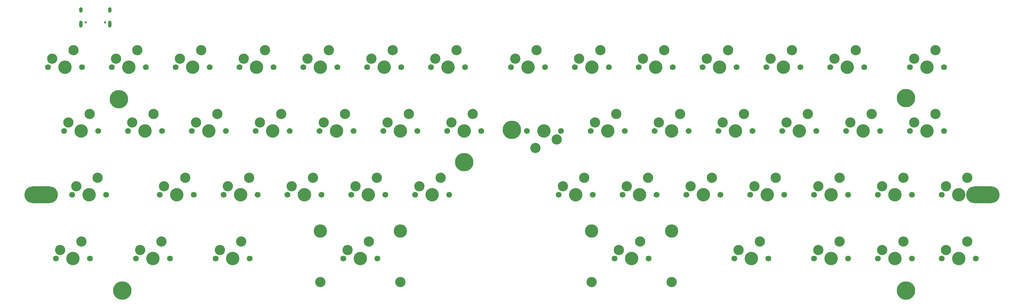
<source format=gbr>
%TF.GenerationSoftware,KiCad,Pcbnew,8.0.0*%
%TF.CreationDate,2024-03-22T00:44:03+00:00*%
%TF.ProjectId,40in60,3430696e-3630-42e6-9b69-6361645f7063,rev?*%
%TF.SameCoordinates,Original*%
%TF.FileFunction,Soldermask,Top*%
%TF.FilePolarity,Negative*%
%FSLAX46Y46*%
G04 Gerber Fmt 4.6, Leading zero omitted, Abs format (unit mm)*
G04 Created by KiCad (PCBNEW 8.0.0) date 2024-03-22 00:44:03*
%MOMM*%
%LPD*%
G01*
G04 APERTURE LIST*
%ADD10C,1.750000*%
%ADD11C,3.050000*%
%ADD12C,4.000000*%
%ADD13C,5.500000*%
%ADD14O,10.000000X5.000000*%
%ADD15C,3.048000*%
%ADD16C,3.987800*%
%ADD17C,0.650000*%
%ADD18O,1.000000X1.600000*%
%ADD19O,1.000000X2.100000*%
G04 APERTURE END LIST*
D10*
%TO.C,SW43*%
X63623750Y-105680000D03*
D11*
X64893750Y-103140000D03*
D12*
X68703750Y-105680000D03*
D11*
X71243750Y-100600000D03*
D10*
X73783750Y-105680000D03*
%TD*%
%TO.C,SW28*%
X294605000Y-67580000D03*
D11*
X295875000Y-65040000D03*
D12*
X299685000Y-67580000D03*
D11*
X302225000Y-62500000D03*
D10*
X304765000Y-67580000D03*
%TD*%
%TO.C,SW4*%
X94580000Y-48530000D03*
D11*
X95850000Y-45990000D03*
D12*
X99660000Y-48530000D03*
D11*
X102200000Y-43450000D03*
D10*
X104740000Y-48530000D03*
%TD*%
%TO.C,SW18*%
X99342500Y-67580000D03*
D11*
X100612500Y-65040000D03*
D12*
X104422500Y-67580000D03*
D11*
X106962500Y-62500000D03*
D10*
X109502500Y-67580000D03*
%TD*%
%TO.C,SW46*%
X206498750Y-105680000D03*
D11*
X207768750Y-103140000D03*
D12*
X211578750Y-105680000D03*
D11*
X214118750Y-100600000D03*
D10*
X216658750Y-105680000D03*
%TD*%
D13*
%TO.C,*%
X175859642Y-67230000D03*
%TD*%
D10*
%TO.C,SW21*%
X156492500Y-67580000D03*
D11*
X157762500Y-65040000D03*
D12*
X161572500Y-67580000D03*
D11*
X164112500Y-62500000D03*
D10*
X166652500Y-67580000D03*
%TD*%
%TO.C,SW40*%
X285080000Y-86630000D03*
D11*
X286350000Y-84090000D03*
D12*
X290160000Y-86630000D03*
D11*
X292700000Y-81550000D03*
D10*
X295240000Y-86630000D03*
%TD*%
%TO.C,SW6*%
X132680000Y-48530000D03*
D11*
X133950000Y-45990000D03*
D12*
X137760000Y-48530000D03*
D11*
X140300000Y-43450000D03*
D10*
X142840000Y-48530000D03*
%TD*%
%TO.C,SW10*%
X213642500Y-48530000D03*
D11*
X214912500Y-45990000D03*
D12*
X218722500Y-48530000D03*
D11*
X221262500Y-43450000D03*
D10*
X223802500Y-48530000D03*
%TD*%
%TO.C,SW39*%
X266030000Y-86630000D03*
D11*
X267300000Y-84090000D03*
D12*
X271110000Y-86630000D03*
D11*
X273650000Y-81550000D03*
D10*
X276190000Y-86630000D03*
%TD*%
%TO.C,SW36*%
X208880000Y-86630000D03*
D11*
X210150000Y-84090000D03*
D12*
X213960000Y-86630000D03*
D11*
X216500000Y-81550000D03*
D10*
X219040000Y-86630000D03*
%TD*%
%TO.C,SW13*%
X270792500Y-48530000D03*
D11*
X272062500Y-45990000D03*
D12*
X275872500Y-48530000D03*
D11*
X278412500Y-43450000D03*
D10*
X280952500Y-48530000D03*
%TD*%
%TO.C,SW15*%
X42192500Y-67580000D03*
D11*
X43462500Y-65040000D03*
D12*
X47272500Y-67580000D03*
D11*
X49812500Y-62500000D03*
D10*
X52352500Y-67580000D03*
%TD*%
D13*
%TO.C,*%
X58584642Y-58055024D03*
%TD*%
D10*
%TO.C,SW25*%
X237455000Y-67580000D03*
D11*
X238725000Y-65040000D03*
D12*
X242535000Y-67580000D03*
D11*
X245075000Y-62500000D03*
D10*
X247615000Y-67580000D03*
%TD*%
%TO.C,SW26*%
X256505000Y-67580000D03*
D11*
X257775000Y-65040000D03*
D12*
X261585000Y-67580000D03*
D11*
X264125000Y-62500000D03*
D10*
X266665000Y-67580000D03*
%TD*%
%TO.C,SW32*%
X108867500Y-86630000D03*
D11*
X110137500Y-84090000D03*
D12*
X113947500Y-86630000D03*
D11*
X116487500Y-81550000D03*
D10*
X119027500Y-86630000D03*
%TD*%
D14*
%TO.C,*%
X316353630Y-86605000D03*
%TD*%
D10*
%TO.C,SW20*%
X137442500Y-67580000D03*
D11*
X138712500Y-65040000D03*
D12*
X142522500Y-67580000D03*
D11*
X145062500Y-62500000D03*
D10*
X147602500Y-67580000D03*
%TD*%
%TO.C,SW29*%
X44573750Y-86630000D03*
D11*
X45843750Y-84090000D03*
D12*
X49653750Y-86630000D03*
D11*
X52193750Y-81550000D03*
D10*
X54733750Y-86630000D03*
%TD*%
%TO.C,SW33*%
X127917500Y-86630000D03*
D11*
X129187500Y-84090000D03*
D12*
X132997500Y-86630000D03*
D11*
X135537500Y-81550000D03*
D10*
X138077500Y-86630000D03*
%TD*%
%TO.C,SW49*%
X285080000Y-105680000D03*
D11*
X286350000Y-103140000D03*
D12*
X290160000Y-105680000D03*
D11*
X292700000Y-100600000D03*
D10*
X295240000Y-105680000D03*
%TD*%
D15*
%TO.C,REF\u002A\u002A*%
X223516750Y-112665000D03*
D16*
X223516750Y-97455000D03*
D15*
X199640750Y-112665000D03*
D16*
X199640750Y-97455000D03*
%TD*%
D13*
%TO.C,*%
X59609642Y-115205072D03*
%TD*%
D10*
%TO.C,SW1*%
X37430000Y-48530000D03*
D11*
X38700000Y-45990000D03*
D12*
X42510000Y-48530000D03*
D11*
X45050000Y-43450000D03*
D10*
X47590000Y-48530000D03*
%TD*%
%TO.C,SW12*%
X251742500Y-48530000D03*
D11*
X253012500Y-45990000D03*
D12*
X256822500Y-48530000D03*
D11*
X259362500Y-43450000D03*
D10*
X261902500Y-48530000D03*
%TD*%
%TO.C,SW16*%
X61242500Y-67580000D03*
D11*
X62512500Y-65040000D03*
D12*
X66322500Y-67580000D03*
D11*
X68862500Y-62500000D03*
D10*
X71402500Y-67580000D03*
%TD*%
%TO.C,SW22*%
X190465000Y-67580000D03*
D11*
X189195000Y-70120000D03*
D12*
X185385000Y-67580000D03*
D11*
X182845000Y-72660000D03*
D10*
X180305000Y-67580000D03*
%TD*%
%TO.C,SW14*%
X294605000Y-48530000D03*
D11*
X295875000Y-45990000D03*
D12*
X299685000Y-48530000D03*
D11*
X302225000Y-43450000D03*
D10*
X304765000Y-48530000D03*
%TD*%
%TO.C,SW27*%
X275555000Y-67580000D03*
D11*
X276825000Y-65040000D03*
D12*
X280635000Y-67580000D03*
D11*
X283175000Y-62500000D03*
D10*
X285715000Y-67580000D03*
%TD*%
%TO.C,SW19*%
X118392500Y-67580000D03*
D11*
X119662500Y-65040000D03*
D12*
X123472500Y-67580000D03*
D11*
X126012500Y-62500000D03*
D10*
X128552500Y-67580000D03*
%TD*%
D13*
%TO.C,*%
X293409642Y-57707050D03*
%TD*%
D10*
%TO.C,SW11*%
X232692500Y-48530000D03*
D11*
X233962500Y-45990000D03*
D12*
X237772500Y-48530000D03*
D11*
X240312500Y-43450000D03*
D10*
X242852500Y-48530000D03*
%TD*%
%TO.C,SW48*%
X266030000Y-105680000D03*
D11*
X267300000Y-103140000D03*
D12*
X271110000Y-105680000D03*
D11*
X273650000Y-100600000D03*
D10*
X276190000Y-105680000D03*
%TD*%
D14*
%TO.C,*%
X35365894Y-86605000D03*
%TD*%
D10*
%TO.C,SW5*%
X113630000Y-48530000D03*
D11*
X114900000Y-45990000D03*
D12*
X118710000Y-48530000D03*
D11*
X121250000Y-43450000D03*
D10*
X123790000Y-48530000D03*
%TD*%
%TO.C,SW42*%
X39811250Y-105680000D03*
D11*
X41081250Y-103140000D03*
D12*
X44891250Y-105680000D03*
D11*
X47431250Y-100600000D03*
D10*
X49971250Y-105680000D03*
%TD*%
%TO.C,SW30*%
X70767500Y-86630000D03*
D11*
X72037500Y-84090000D03*
D12*
X75847500Y-86630000D03*
D11*
X78387500Y-81550000D03*
D10*
X80927500Y-86630000D03*
%TD*%
D15*
%TO.C,REF\u002A\u002A*%
X142554250Y-112665000D03*
D16*
X142554250Y-97455000D03*
D15*
X118678250Y-112665000D03*
D16*
X118678250Y-97455000D03*
%TD*%
D10*
%TO.C,SW50*%
X304130000Y-105680000D03*
D11*
X305400000Y-103140000D03*
D12*
X309210000Y-105680000D03*
D11*
X311750000Y-100600000D03*
D10*
X314290000Y-105680000D03*
%TD*%
D13*
%TO.C,*%
X293414642Y-115205072D03*
%TD*%
%TO.C,*%
X161572250Y-76905040D03*
%TD*%
D10*
%TO.C,SW44*%
X87436250Y-105680000D03*
D11*
X88706250Y-103140000D03*
D12*
X92516250Y-105680000D03*
D11*
X95056250Y-100600000D03*
D10*
X97596250Y-105680000D03*
%TD*%
%TO.C,SW17*%
X80292500Y-67580000D03*
D11*
X81562500Y-65040000D03*
D12*
X85372500Y-67580000D03*
D11*
X87912500Y-62500000D03*
D10*
X90452500Y-67580000D03*
%TD*%
%TO.C,SW41*%
X304130000Y-86630000D03*
D11*
X305400000Y-84090000D03*
D12*
X309210000Y-86630000D03*
D11*
X311750000Y-81550000D03*
D10*
X314290000Y-86630000D03*
%TD*%
%TO.C,SW3*%
X75530000Y-48530000D03*
D11*
X76800000Y-45990000D03*
D12*
X80610000Y-48530000D03*
D11*
X83150000Y-43450000D03*
D10*
X85690000Y-48530000D03*
%TD*%
%TO.C,SW45*%
X125536250Y-105680000D03*
D11*
X126806250Y-103140000D03*
D12*
X130616250Y-105680000D03*
D11*
X133156250Y-100600000D03*
D10*
X135696250Y-105680000D03*
%TD*%
%TO.C,SW24*%
X218405000Y-67580000D03*
D11*
X219675000Y-65040000D03*
D12*
X223485000Y-67580000D03*
D11*
X226025000Y-62500000D03*
D10*
X228565000Y-67580000D03*
%TD*%
%TO.C,SW38*%
X246980000Y-86630000D03*
D11*
X248250000Y-84090000D03*
D12*
X252060000Y-86630000D03*
D11*
X254600000Y-81550000D03*
D10*
X257140000Y-86630000D03*
%TD*%
%TO.C,SW47*%
X242217500Y-105680000D03*
D11*
X243487500Y-103140000D03*
D12*
X247297500Y-105680000D03*
D11*
X249837500Y-100600000D03*
D10*
X252377500Y-105680000D03*
%TD*%
%TO.C,SW35*%
X189830000Y-86630000D03*
D11*
X191100000Y-84090000D03*
D12*
X194910000Y-86630000D03*
D11*
X197450000Y-81550000D03*
D10*
X199990000Y-86630000D03*
%TD*%
%TO.C,SW34*%
X146967500Y-86630000D03*
D11*
X148237500Y-84090000D03*
D12*
X152047500Y-86630000D03*
D11*
X154587500Y-81550000D03*
D10*
X157127500Y-86630000D03*
%TD*%
%TO.C,SW2*%
X56480000Y-48530000D03*
D11*
X57750000Y-45990000D03*
D12*
X61560000Y-48530000D03*
D11*
X64100000Y-43450000D03*
D10*
X66640000Y-48530000D03*
%TD*%
%TO.C,SW37*%
X227930000Y-86630000D03*
D11*
X229200000Y-84090000D03*
D12*
X233010000Y-86630000D03*
D11*
X235550000Y-81550000D03*
D10*
X238090000Y-86630000D03*
%TD*%
%TO.C,SW31*%
X89817500Y-86630000D03*
D11*
X91087500Y-84090000D03*
D12*
X94897500Y-86630000D03*
D11*
X97437500Y-81550000D03*
D10*
X99977500Y-86630000D03*
%TD*%
%TO.C,SW8*%
X175542500Y-48530000D03*
D11*
X176812500Y-45990000D03*
D12*
X180622500Y-48530000D03*
D11*
X183162500Y-43450000D03*
D10*
X185702500Y-48530000D03*
%TD*%
%TO.C,SW7*%
X151730000Y-48530000D03*
D11*
X153000000Y-45990000D03*
D12*
X156810000Y-48530000D03*
D11*
X159350000Y-43450000D03*
D10*
X161890000Y-48530000D03*
%TD*%
%TO.C,SW23*%
X199355000Y-67580000D03*
D11*
X200625000Y-65040000D03*
D12*
X204435000Y-67580000D03*
D11*
X206975000Y-62500000D03*
D10*
X209515000Y-67580000D03*
%TD*%
%TO.C,SW9*%
X194592500Y-48530000D03*
D11*
X195862500Y-45990000D03*
D12*
X199672500Y-48530000D03*
D11*
X202212500Y-43450000D03*
D10*
X204752500Y-48530000D03*
%TD*%
D17*
%TO.C,J1*%
X48662642Y-35094214D03*
X54442642Y-35094214D03*
D18*
X47232642Y-31444214D03*
D19*
X47232642Y-35624214D03*
D18*
X55872642Y-31444214D03*
D19*
X55872642Y-35624214D03*
%TD*%
M02*

</source>
